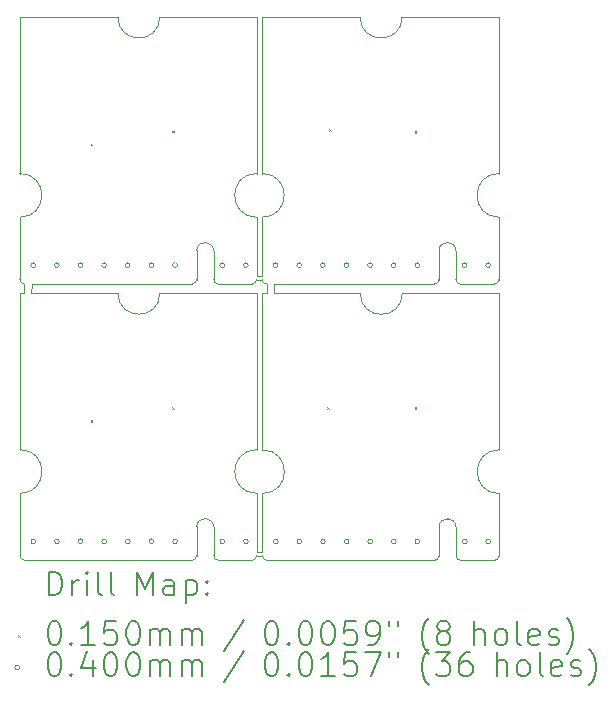
<source format=gbr>
%TF.GenerationSoftware,KiCad,Pcbnew,(7.0.0)*%
%TF.CreationDate,2023-03-30T16:55:56-05:00*%
%TF.ProjectId,Cookie_Mantis,436f6f6b-6965-45f4-9d61-6e7469732e6b,rev?*%
%TF.SameCoordinates,Original*%
%TF.FileFunction,Drillmap*%
%TF.FilePolarity,Positive*%
%FSLAX45Y45*%
G04 Gerber Fmt 4.5, Leading zero omitted, Abs format (unit mm)*
G04 Created by KiCad (PCBNEW (7.0.0)) date 2023-03-30 16:55:56*
%MOMM*%
%LPD*%
G01*
G04 APERTURE LIST*
%ADD10C,0.050000*%
%ADD11C,0.200000*%
%ADD12C,0.015000*%
%ADD13C,0.040000*%
G04 APERTURE END LIST*
D10*
X2942330Y-3510520D02*
X3229604Y-3510520D01*
X2722460Y-5848600D02*
G75*
G03*
X2760560Y-5810500I0J38100D01*
G01*
X3315500Y-3472500D02*
G75*
G03*
X3353600Y-3510600I38090J-10D01*
G01*
X3415000Y-3589500D02*
X4146056Y-3589500D01*
X3229604Y-3510514D02*
G75*
G03*
X3267704Y-3472420I6J38094D01*
G01*
X3268560Y-4913080D02*
X3268560Y-3588000D01*
X1264500Y-5777480D02*
X1264500Y-5283080D01*
X4956086Y-3230946D02*
X4956086Y-3472500D01*
X4957580Y-5812000D02*
G75*
G03*
X4995686Y-5850100I38100J0D01*
G01*
X1301744Y-3510520D02*
X1301500Y-3588000D01*
X4773460Y-3510600D02*
X4506760Y-3510600D01*
X4501656Y-3589500D02*
X5321060Y-3589500D01*
X3315500Y-3439480D02*
X3268000Y-3439500D01*
X3316856Y-2945085D02*
G75*
G03*
X3316856Y-2575075I0J185005D01*
G01*
X4956090Y-3472500D02*
G75*
G03*
X4994186Y-3510600I38100J0D01*
G01*
X3267704Y-2574960D02*
G75*
G03*
X3267704Y-2945000I0J-185020D01*
G01*
X2904230Y-3472420D02*
G75*
G03*
X2942330Y-3510520I38100J0D01*
G01*
X2904230Y-3230866D02*
X2904230Y-3472420D01*
X2093556Y-3588000D02*
G75*
G03*
X2449156Y-3588000I177800J0D01*
G01*
X3317000Y-5812000D02*
G75*
G03*
X3355100Y-5850100I38090J-10D01*
G01*
X4508260Y-5850100D02*
X3416060Y-5850100D01*
X2721604Y-3510520D02*
X2454904Y-3510520D01*
X1263644Y-1249920D02*
X2092700Y-1249920D01*
X2721604Y-3510514D02*
G75*
G03*
X2759704Y-3472420I6J38094D01*
G01*
X2904230Y-3230866D02*
G75*
G03*
X2759647Y-3225536I-72390J-4D01*
G01*
X1263650Y-3472420D02*
G75*
G03*
X1301744Y-3510520I38090J-10D01*
G01*
X2455760Y-5848600D02*
X1363560Y-5848600D01*
X4957586Y-5570446D02*
X4957586Y-5812000D01*
X2760503Y-5563616D02*
X2760560Y-5810500D01*
X5321060Y-4914580D02*
X5321060Y-3589500D01*
X4774960Y-5850100D02*
X4508260Y-5850100D01*
X3317500Y-3589500D02*
X3353500Y-3589500D01*
X4956094Y-3230946D02*
G75*
G03*
X4811503Y-3225616I-72394J-4D01*
G01*
X2759647Y-3225536D02*
X2759704Y-3472420D01*
X4773460Y-3510600D02*
G75*
G03*
X4811560Y-3472500I0J38100D01*
G01*
X5319560Y-2575080D02*
X5319560Y-1250000D01*
X1264500Y-5777480D02*
X1264500Y-5810500D01*
X4813003Y-5565116D02*
X4813060Y-5812000D01*
X5321060Y-4914540D02*
G75*
G03*
X5321060Y-5284580I0J-185020D01*
G01*
X2449156Y-3588000D02*
X3268560Y-3588000D01*
X4774960Y-5850100D02*
G75*
G03*
X4813060Y-5812000I0J38100D01*
G01*
X5319560Y-2575040D02*
G75*
G03*
X5319560Y-2945080I0J-185020D01*
G01*
X2448300Y-1249920D02*
X3267704Y-1249920D01*
X4957594Y-5570446D02*
G75*
G03*
X4813003Y-5565116I-72394J-4D01*
G01*
X4995686Y-5850100D02*
X5282960Y-5850100D01*
X2454904Y-3510520D02*
X1362704Y-3510520D01*
X1264500Y-4913080D02*
X1264500Y-3588000D01*
X2092700Y-1249920D02*
G75*
G03*
X2448300Y-1249920I177800J0D01*
G01*
X4144556Y-1250000D02*
G75*
G03*
X4500156Y-1250000I177800J0D01*
G01*
X4811503Y-3225616D02*
X4811560Y-3472500D01*
X3353500Y-3509000D02*
X3353500Y-3589500D01*
X5282960Y-5850100D02*
G75*
G03*
X5321060Y-5812000I0J38100D01*
G01*
X2905080Y-5810500D02*
G75*
G03*
X2943186Y-5848600I38100J0D01*
G01*
X3268000Y-3439500D02*
X3267704Y-2945000D01*
X5321060Y-5812000D02*
X5321060Y-5284580D01*
X5319560Y-3472500D02*
X5319560Y-2945080D01*
X3315500Y-2575080D02*
X3315500Y-1250000D01*
X1263644Y-3439400D02*
X1263644Y-3472420D01*
X1302600Y-5848600D02*
X1363560Y-5848600D01*
X2722460Y-5848600D02*
X2455760Y-5848600D01*
X2905086Y-5568946D02*
X2905086Y-5810500D01*
X3267704Y-2575000D02*
X3267704Y-1249920D01*
X5281460Y-3510600D02*
G75*
G03*
X5319560Y-3472500I0J38100D01*
G01*
X3315500Y-3439480D02*
X3315500Y-2945080D01*
X3318356Y-5284585D02*
G75*
G03*
X3318356Y-4914575I0J185005D01*
G01*
X3415000Y-3510000D02*
X3415000Y-3589500D01*
X4146056Y-3589500D02*
G75*
G03*
X4501656Y-3589500I177800J0D01*
G01*
X1265000Y-2945005D02*
G75*
G03*
X1265000Y-2574995I0J185005D01*
G01*
X3317000Y-5812000D02*
X3268560Y-5810500D01*
X1265856Y-5283085D02*
G75*
G03*
X1265856Y-4913075I0J185005D01*
G01*
X3268560Y-4913040D02*
G75*
G03*
X3268560Y-5283080I0J-185020D01*
G01*
X1264500Y-5810500D02*
G75*
G03*
X1302600Y-5848600I38090J-10D01*
G01*
X1362460Y-3588000D02*
X2093556Y-3588000D01*
X3353500Y-3589500D02*
X3353500Y-3589500D01*
X2905086Y-5568946D02*
G75*
G03*
X2760503Y-5563616I-72390J-2D01*
G01*
X3317000Y-4914580D02*
X3317000Y-3589500D01*
X3355100Y-5850100D02*
X3416060Y-5850100D01*
X3317000Y-5778980D02*
X3317000Y-5284580D01*
X3315500Y-3472500D02*
X3267704Y-3472420D01*
X4994186Y-3510600D02*
X5281460Y-3510600D01*
X4506760Y-3510600D02*
X3414560Y-3510600D01*
X2943186Y-5848600D02*
X3230460Y-5848600D01*
X3315500Y-1250000D02*
X4144556Y-1250000D01*
X1362704Y-3510520D02*
X1362460Y-3588000D01*
X3230460Y-5848600D02*
G75*
G03*
X3268560Y-5810500I0J38100D01*
G01*
X1263644Y-3439400D02*
X1263644Y-2945000D01*
X3268500Y-5779000D02*
X3268560Y-5283080D01*
X1301500Y-3588000D02*
X1264500Y-3588000D01*
X3317000Y-5778980D02*
X3268500Y-5779000D01*
X1263644Y-2575000D02*
X1263644Y-1249920D01*
X4500156Y-1250000D02*
X5319560Y-1250000D01*
D11*
D12*
X1862500Y-2322500D02*
X1877500Y-2337500D01*
X1877500Y-2322500D02*
X1862500Y-2337500D01*
X1863356Y-4660580D02*
X1878356Y-4675580D01*
X1878356Y-4660580D02*
X1863356Y-4675580D01*
X2552500Y-2212500D02*
X2567500Y-2227500D01*
X2567500Y-2212500D02*
X2552500Y-2227500D01*
X2553356Y-4550678D02*
X2568356Y-4565678D01*
X2568356Y-4550678D02*
X2553356Y-4565678D01*
X3865856Y-4552178D02*
X3880856Y-4567178D01*
X3880856Y-4552178D02*
X3865856Y-4567178D01*
X3885356Y-2199580D02*
X3900356Y-2214580D01*
X3900356Y-2199580D02*
X3885356Y-2214580D01*
X4605356Y-2214580D02*
X4620356Y-2229580D01*
X4620356Y-2214580D02*
X4605356Y-2229580D01*
X4605856Y-4552178D02*
X4620856Y-4567178D01*
X4620856Y-4552178D02*
X4605856Y-4567178D01*
D13*
X1397104Y-3351000D02*
G75*
G03*
X1397104Y-3351000I-20000J0D01*
G01*
X1397960Y-5689080D02*
G75*
G03*
X1397960Y-5689080I-20000J0D01*
G01*
X1597104Y-3351000D02*
G75*
G03*
X1597104Y-3351000I-20000J0D01*
G01*
X1597960Y-5689080D02*
G75*
G03*
X1597960Y-5689080I-20000J0D01*
G01*
X1797104Y-3351000D02*
G75*
G03*
X1797104Y-3351000I-20000J0D01*
G01*
X1797960Y-5689080D02*
G75*
G03*
X1797960Y-5689080I-20000J0D01*
G01*
X1997104Y-3351000D02*
G75*
G03*
X1997104Y-3351000I-20000J0D01*
G01*
X1997960Y-5689080D02*
G75*
G03*
X1997960Y-5689080I-20000J0D01*
G01*
X2197104Y-3351000D02*
G75*
G03*
X2197104Y-3351000I-20000J0D01*
G01*
X2197960Y-5689080D02*
G75*
G03*
X2197960Y-5689080I-20000J0D01*
G01*
X2397104Y-3351000D02*
G75*
G03*
X2397104Y-3351000I-20000J0D01*
G01*
X2397960Y-5689080D02*
G75*
G03*
X2397960Y-5689080I-20000J0D01*
G01*
X2597104Y-3351000D02*
G75*
G03*
X2597104Y-3351000I-20000J0D01*
G01*
X2597960Y-5689080D02*
G75*
G03*
X2597960Y-5689080I-20000J0D01*
G01*
X2997104Y-3351000D02*
G75*
G03*
X2997104Y-3351000I-20000J0D01*
G01*
X2997960Y-5689080D02*
G75*
G03*
X2997960Y-5689080I-20000J0D01*
G01*
X3197104Y-3351000D02*
G75*
G03*
X3197104Y-3351000I-20000J0D01*
G01*
X3197960Y-5689080D02*
G75*
G03*
X3197960Y-5689080I-20000J0D01*
G01*
X3448960Y-3351080D02*
G75*
G03*
X3448960Y-3351080I-20000J0D01*
G01*
X3450460Y-5690580D02*
G75*
G03*
X3450460Y-5690580I-20000J0D01*
G01*
X3648960Y-3351080D02*
G75*
G03*
X3648960Y-3351080I-20000J0D01*
G01*
X3650460Y-5690580D02*
G75*
G03*
X3650460Y-5690580I-20000J0D01*
G01*
X3848960Y-3351080D02*
G75*
G03*
X3848960Y-3351080I-20000J0D01*
G01*
X3850460Y-5690580D02*
G75*
G03*
X3850460Y-5690580I-20000J0D01*
G01*
X4048960Y-3351080D02*
G75*
G03*
X4048960Y-3351080I-20000J0D01*
G01*
X4050460Y-5690580D02*
G75*
G03*
X4050460Y-5690580I-20000J0D01*
G01*
X4248960Y-3351080D02*
G75*
G03*
X4248960Y-3351080I-20000J0D01*
G01*
X4250460Y-5690580D02*
G75*
G03*
X4250460Y-5690580I-20000J0D01*
G01*
X4448960Y-3351080D02*
G75*
G03*
X4448960Y-3351080I-20000J0D01*
G01*
X4450460Y-5690580D02*
G75*
G03*
X4450460Y-5690580I-20000J0D01*
G01*
X4648960Y-3351080D02*
G75*
G03*
X4648960Y-3351080I-20000J0D01*
G01*
X4650460Y-5690580D02*
G75*
G03*
X4650460Y-5690580I-20000J0D01*
G01*
X5048960Y-3351080D02*
G75*
G03*
X5048960Y-3351080I-20000J0D01*
G01*
X5050460Y-5690580D02*
G75*
G03*
X5050460Y-5690580I-20000J0D01*
G01*
X5248960Y-3351080D02*
G75*
G03*
X5248960Y-3351080I-20000J0D01*
G01*
X5250460Y-5690580D02*
G75*
G03*
X5250460Y-5690580I-20000J0D01*
G01*
D11*
X1508763Y-6146076D02*
X1508763Y-5946076D01*
X1508763Y-5946076D02*
X1556382Y-5946076D01*
X1556382Y-5946076D02*
X1584953Y-5955600D01*
X1584953Y-5955600D02*
X1604001Y-5974648D01*
X1604001Y-5974648D02*
X1613525Y-5993695D01*
X1613525Y-5993695D02*
X1623049Y-6031790D01*
X1623049Y-6031790D02*
X1623049Y-6060362D01*
X1623049Y-6060362D02*
X1613525Y-6098457D01*
X1613525Y-6098457D02*
X1604001Y-6117505D01*
X1604001Y-6117505D02*
X1584953Y-6136552D01*
X1584953Y-6136552D02*
X1556382Y-6146076D01*
X1556382Y-6146076D02*
X1508763Y-6146076D01*
X1708763Y-6146076D02*
X1708763Y-6012743D01*
X1708763Y-6050838D02*
X1718287Y-6031790D01*
X1718287Y-6031790D02*
X1727811Y-6022267D01*
X1727811Y-6022267D02*
X1746858Y-6012743D01*
X1746858Y-6012743D02*
X1765906Y-6012743D01*
X1832572Y-6146076D02*
X1832572Y-6012743D01*
X1832572Y-5946076D02*
X1823049Y-5955600D01*
X1823049Y-5955600D02*
X1832572Y-5965124D01*
X1832572Y-5965124D02*
X1842096Y-5955600D01*
X1842096Y-5955600D02*
X1832572Y-5946076D01*
X1832572Y-5946076D02*
X1832572Y-5965124D01*
X1956382Y-6146076D02*
X1937334Y-6136552D01*
X1937334Y-6136552D02*
X1927811Y-6117505D01*
X1927811Y-6117505D02*
X1927811Y-5946076D01*
X2061144Y-6146076D02*
X2042096Y-6136552D01*
X2042096Y-6136552D02*
X2032572Y-6117505D01*
X2032572Y-6117505D02*
X2032572Y-5946076D01*
X2257334Y-6146076D02*
X2257334Y-5946076D01*
X2257334Y-5946076D02*
X2324001Y-6088933D01*
X2324001Y-6088933D02*
X2390668Y-5946076D01*
X2390668Y-5946076D02*
X2390668Y-6146076D01*
X2571620Y-6146076D02*
X2571620Y-6041314D01*
X2571620Y-6041314D02*
X2562096Y-6022267D01*
X2562096Y-6022267D02*
X2543049Y-6012743D01*
X2543049Y-6012743D02*
X2504953Y-6012743D01*
X2504953Y-6012743D02*
X2485906Y-6022267D01*
X2571620Y-6136552D02*
X2552573Y-6146076D01*
X2552573Y-6146076D02*
X2504953Y-6146076D01*
X2504953Y-6146076D02*
X2485906Y-6136552D01*
X2485906Y-6136552D02*
X2476382Y-6117505D01*
X2476382Y-6117505D02*
X2476382Y-6098457D01*
X2476382Y-6098457D02*
X2485906Y-6079409D01*
X2485906Y-6079409D02*
X2504953Y-6069886D01*
X2504953Y-6069886D02*
X2552573Y-6069886D01*
X2552573Y-6069886D02*
X2571620Y-6060362D01*
X2666858Y-6012743D02*
X2666858Y-6212743D01*
X2666858Y-6022267D02*
X2685906Y-6012743D01*
X2685906Y-6012743D02*
X2724001Y-6012743D01*
X2724001Y-6012743D02*
X2743049Y-6022267D01*
X2743049Y-6022267D02*
X2752573Y-6031790D01*
X2752573Y-6031790D02*
X2762096Y-6050838D01*
X2762096Y-6050838D02*
X2762096Y-6107981D01*
X2762096Y-6107981D02*
X2752573Y-6127028D01*
X2752573Y-6127028D02*
X2743049Y-6136552D01*
X2743049Y-6136552D02*
X2724001Y-6146076D01*
X2724001Y-6146076D02*
X2685906Y-6146076D01*
X2685906Y-6146076D02*
X2666858Y-6136552D01*
X2847811Y-6127028D02*
X2857334Y-6136552D01*
X2857334Y-6136552D02*
X2847811Y-6146076D01*
X2847811Y-6146076D02*
X2838287Y-6136552D01*
X2838287Y-6136552D02*
X2847811Y-6127028D01*
X2847811Y-6127028D02*
X2847811Y-6146076D01*
X2847811Y-6022267D02*
X2857334Y-6031790D01*
X2857334Y-6031790D02*
X2847811Y-6041314D01*
X2847811Y-6041314D02*
X2838287Y-6031790D01*
X2838287Y-6031790D02*
X2847811Y-6022267D01*
X2847811Y-6022267D02*
X2847811Y-6041314D01*
D12*
X1246144Y-6485100D02*
X1261144Y-6500100D01*
X1261144Y-6485100D02*
X1246144Y-6500100D01*
D11*
X1546858Y-6366076D02*
X1565906Y-6366076D01*
X1565906Y-6366076D02*
X1584953Y-6375600D01*
X1584953Y-6375600D02*
X1594477Y-6385124D01*
X1594477Y-6385124D02*
X1604001Y-6404171D01*
X1604001Y-6404171D02*
X1613525Y-6442267D01*
X1613525Y-6442267D02*
X1613525Y-6489886D01*
X1613525Y-6489886D02*
X1604001Y-6527981D01*
X1604001Y-6527981D02*
X1594477Y-6547028D01*
X1594477Y-6547028D02*
X1584953Y-6556552D01*
X1584953Y-6556552D02*
X1565906Y-6566076D01*
X1565906Y-6566076D02*
X1546858Y-6566076D01*
X1546858Y-6566076D02*
X1527811Y-6556552D01*
X1527811Y-6556552D02*
X1518287Y-6547028D01*
X1518287Y-6547028D02*
X1508763Y-6527981D01*
X1508763Y-6527981D02*
X1499239Y-6489886D01*
X1499239Y-6489886D02*
X1499239Y-6442267D01*
X1499239Y-6442267D02*
X1508763Y-6404171D01*
X1508763Y-6404171D02*
X1518287Y-6385124D01*
X1518287Y-6385124D02*
X1527811Y-6375600D01*
X1527811Y-6375600D02*
X1546858Y-6366076D01*
X1699239Y-6547028D02*
X1708763Y-6556552D01*
X1708763Y-6556552D02*
X1699239Y-6566076D01*
X1699239Y-6566076D02*
X1689715Y-6556552D01*
X1689715Y-6556552D02*
X1699239Y-6547028D01*
X1699239Y-6547028D02*
X1699239Y-6566076D01*
X1899239Y-6566076D02*
X1784953Y-6566076D01*
X1842096Y-6566076D02*
X1842096Y-6366076D01*
X1842096Y-6366076D02*
X1823049Y-6394648D01*
X1823049Y-6394648D02*
X1804001Y-6413695D01*
X1804001Y-6413695D02*
X1784953Y-6423219D01*
X2080192Y-6366076D02*
X1984953Y-6366076D01*
X1984953Y-6366076D02*
X1975430Y-6461314D01*
X1975430Y-6461314D02*
X1984953Y-6451790D01*
X1984953Y-6451790D02*
X2004001Y-6442267D01*
X2004001Y-6442267D02*
X2051620Y-6442267D01*
X2051620Y-6442267D02*
X2070668Y-6451790D01*
X2070668Y-6451790D02*
X2080192Y-6461314D01*
X2080192Y-6461314D02*
X2089715Y-6480362D01*
X2089715Y-6480362D02*
X2089715Y-6527981D01*
X2089715Y-6527981D02*
X2080192Y-6547028D01*
X2080192Y-6547028D02*
X2070668Y-6556552D01*
X2070668Y-6556552D02*
X2051620Y-6566076D01*
X2051620Y-6566076D02*
X2004001Y-6566076D01*
X2004001Y-6566076D02*
X1984953Y-6556552D01*
X1984953Y-6556552D02*
X1975430Y-6547028D01*
X2213525Y-6366076D02*
X2232573Y-6366076D01*
X2232573Y-6366076D02*
X2251620Y-6375600D01*
X2251620Y-6375600D02*
X2261144Y-6385124D01*
X2261144Y-6385124D02*
X2270668Y-6404171D01*
X2270668Y-6404171D02*
X2280192Y-6442267D01*
X2280192Y-6442267D02*
X2280192Y-6489886D01*
X2280192Y-6489886D02*
X2270668Y-6527981D01*
X2270668Y-6527981D02*
X2261144Y-6547028D01*
X2261144Y-6547028D02*
X2251620Y-6556552D01*
X2251620Y-6556552D02*
X2232573Y-6566076D01*
X2232573Y-6566076D02*
X2213525Y-6566076D01*
X2213525Y-6566076D02*
X2194477Y-6556552D01*
X2194477Y-6556552D02*
X2184954Y-6547028D01*
X2184954Y-6547028D02*
X2175430Y-6527981D01*
X2175430Y-6527981D02*
X2165906Y-6489886D01*
X2165906Y-6489886D02*
X2165906Y-6442267D01*
X2165906Y-6442267D02*
X2175430Y-6404171D01*
X2175430Y-6404171D02*
X2184954Y-6385124D01*
X2184954Y-6385124D02*
X2194477Y-6375600D01*
X2194477Y-6375600D02*
X2213525Y-6366076D01*
X2365906Y-6566076D02*
X2365906Y-6432743D01*
X2365906Y-6451790D02*
X2375430Y-6442267D01*
X2375430Y-6442267D02*
X2394477Y-6432743D01*
X2394477Y-6432743D02*
X2423049Y-6432743D01*
X2423049Y-6432743D02*
X2442096Y-6442267D01*
X2442096Y-6442267D02*
X2451620Y-6461314D01*
X2451620Y-6461314D02*
X2451620Y-6566076D01*
X2451620Y-6461314D02*
X2461144Y-6442267D01*
X2461144Y-6442267D02*
X2480192Y-6432743D01*
X2480192Y-6432743D02*
X2508763Y-6432743D01*
X2508763Y-6432743D02*
X2527811Y-6442267D01*
X2527811Y-6442267D02*
X2537335Y-6461314D01*
X2537335Y-6461314D02*
X2537335Y-6566076D01*
X2632573Y-6566076D02*
X2632573Y-6432743D01*
X2632573Y-6451790D02*
X2642096Y-6442267D01*
X2642096Y-6442267D02*
X2661144Y-6432743D01*
X2661144Y-6432743D02*
X2689716Y-6432743D01*
X2689716Y-6432743D02*
X2708763Y-6442267D01*
X2708763Y-6442267D02*
X2718287Y-6461314D01*
X2718287Y-6461314D02*
X2718287Y-6566076D01*
X2718287Y-6461314D02*
X2727811Y-6442267D01*
X2727811Y-6442267D02*
X2746858Y-6432743D01*
X2746858Y-6432743D02*
X2775430Y-6432743D01*
X2775430Y-6432743D02*
X2794477Y-6442267D01*
X2794477Y-6442267D02*
X2804001Y-6461314D01*
X2804001Y-6461314D02*
X2804001Y-6566076D01*
X3162096Y-6356552D02*
X2990668Y-6613695D01*
X3386858Y-6366076D02*
X3405906Y-6366076D01*
X3405906Y-6366076D02*
X3424954Y-6375600D01*
X3424954Y-6375600D02*
X3434477Y-6385124D01*
X3434477Y-6385124D02*
X3444001Y-6404171D01*
X3444001Y-6404171D02*
X3453525Y-6442267D01*
X3453525Y-6442267D02*
X3453525Y-6489886D01*
X3453525Y-6489886D02*
X3444001Y-6527981D01*
X3444001Y-6527981D02*
X3434477Y-6547028D01*
X3434477Y-6547028D02*
X3424954Y-6556552D01*
X3424954Y-6556552D02*
X3405906Y-6566076D01*
X3405906Y-6566076D02*
X3386858Y-6566076D01*
X3386858Y-6566076D02*
X3367811Y-6556552D01*
X3367811Y-6556552D02*
X3358287Y-6547028D01*
X3358287Y-6547028D02*
X3348763Y-6527981D01*
X3348763Y-6527981D02*
X3339239Y-6489886D01*
X3339239Y-6489886D02*
X3339239Y-6442267D01*
X3339239Y-6442267D02*
X3348763Y-6404171D01*
X3348763Y-6404171D02*
X3358287Y-6385124D01*
X3358287Y-6385124D02*
X3367811Y-6375600D01*
X3367811Y-6375600D02*
X3386858Y-6366076D01*
X3539239Y-6547028D02*
X3548763Y-6556552D01*
X3548763Y-6556552D02*
X3539239Y-6566076D01*
X3539239Y-6566076D02*
X3529715Y-6556552D01*
X3529715Y-6556552D02*
X3539239Y-6547028D01*
X3539239Y-6547028D02*
X3539239Y-6566076D01*
X3672573Y-6366076D02*
X3691620Y-6366076D01*
X3691620Y-6366076D02*
X3710668Y-6375600D01*
X3710668Y-6375600D02*
X3720192Y-6385124D01*
X3720192Y-6385124D02*
X3729715Y-6404171D01*
X3729715Y-6404171D02*
X3739239Y-6442267D01*
X3739239Y-6442267D02*
X3739239Y-6489886D01*
X3739239Y-6489886D02*
X3729715Y-6527981D01*
X3729715Y-6527981D02*
X3720192Y-6547028D01*
X3720192Y-6547028D02*
X3710668Y-6556552D01*
X3710668Y-6556552D02*
X3691620Y-6566076D01*
X3691620Y-6566076D02*
X3672573Y-6566076D01*
X3672573Y-6566076D02*
X3653525Y-6556552D01*
X3653525Y-6556552D02*
X3644001Y-6547028D01*
X3644001Y-6547028D02*
X3634477Y-6527981D01*
X3634477Y-6527981D02*
X3624954Y-6489886D01*
X3624954Y-6489886D02*
X3624954Y-6442267D01*
X3624954Y-6442267D02*
X3634477Y-6404171D01*
X3634477Y-6404171D02*
X3644001Y-6385124D01*
X3644001Y-6385124D02*
X3653525Y-6375600D01*
X3653525Y-6375600D02*
X3672573Y-6366076D01*
X3863049Y-6366076D02*
X3882096Y-6366076D01*
X3882096Y-6366076D02*
X3901144Y-6375600D01*
X3901144Y-6375600D02*
X3910668Y-6385124D01*
X3910668Y-6385124D02*
X3920192Y-6404171D01*
X3920192Y-6404171D02*
X3929715Y-6442267D01*
X3929715Y-6442267D02*
X3929715Y-6489886D01*
X3929715Y-6489886D02*
X3920192Y-6527981D01*
X3920192Y-6527981D02*
X3910668Y-6547028D01*
X3910668Y-6547028D02*
X3901144Y-6556552D01*
X3901144Y-6556552D02*
X3882096Y-6566076D01*
X3882096Y-6566076D02*
X3863049Y-6566076D01*
X3863049Y-6566076D02*
X3844001Y-6556552D01*
X3844001Y-6556552D02*
X3834477Y-6547028D01*
X3834477Y-6547028D02*
X3824954Y-6527981D01*
X3824954Y-6527981D02*
X3815430Y-6489886D01*
X3815430Y-6489886D02*
X3815430Y-6442267D01*
X3815430Y-6442267D02*
X3824954Y-6404171D01*
X3824954Y-6404171D02*
X3834477Y-6385124D01*
X3834477Y-6385124D02*
X3844001Y-6375600D01*
X3844001Y-6375600D02*
X3863049Y-6366076D01*
X4110668Y-6366076D02*
X4015430Y-6366076D01*
X4015430Y-6366076D02*
X4005906Y-6461314D01*
X4005906Y-6461314D02*
X4015430Y-6451790D01*
X4015430Y-6451790D02*
X4034477Y-6442267D01*
X4034477Y-6442267D02*
X4082096Y-6442267D01*
X4082096Y-6442267D02*
X4101144Y-6451790D01*
X4101144Y-6451790D02*
X4110668Y-6461314D01*
X4110668Y-6461314D02*
X4120192Y-6480362D01*
X4120192Y-6480362D02*
X4120192Y-6527981D01*
X4120192Y-6527981D02*
X4110668Y-6547028D01*
X4110668Y-6547028D02*
X4101144Y-6556552D01*
X4101144Y-6556552D02*
X4082096Y-6566076D01*
X4082096Y-6566076D02*
X4034477Y-6566076D01*
X4034477Y-6566076D02*
X4015430Y-6556552D01*
X4015430Y-6556552D02*
X4005906Y-6547028D01*
X4215430Y-6566076D02*
X4253525Y-6566076D01*
X4253525Y-6566076D02*
X4272573Y-6556552D01*
X4272573Y-6556552D02*
X4282097Y-6547028D01*
X4282097Y-6547028D02*
X4301144Y-6518457D01*
X4301144Y-6518457D02*
X4310668Y-6480362D01*
X4310668Y-6480362D02*
X4310668Y-6404171D01*
X4310668Y-6404171D02*
X4301144Y-6385124D01*
X4301144Y-6385124D02*
X4291620Y-6375600D01*
X4291620Y-6375600D02*
X4272573Y-6366076D01*
X4272573Y-6366076D02*
X4234477Y-6366076D01*
X4234477Y-6366076D02*
X4215430Y-6375600D01*
X4215430Y-6375600D02*
X4205906Y-6385124D01*
X4205906Y-6385124D02*
X4196382Y-6404171D01*
X4196382Y-6404171D02*
X4196382Y-6451790D01*
X4196382Y-6451790D02*
X4205906Y-6470838D01*
X4205906Y-6470838D02*
X4215430Y-6480362D01*
X4215430Y-6480362D02*
X4234477Y-6489886D01*
X4234477Y-6489886D02*
X4272573Y-6489886D01*
X4272573Y-6489886D02*
X4291620Y-6480362D01*
X4291620Y-6480362D02*
X4301144Y-6470838D01*
X4301144Y-6470838D02*
X4310668Y-6451790D01*
X4386858Y-6366076D02*
X4386858Y-6404171D01*
X4463049Y-6366076D02*
X4463049Y-6404171D01*
X4725906Y-6642267D02*
X4716382Y-6632743D01*
X4716382Y-6632743D02*
X4697335Y-6604171D01*
X4697335Y-6604171D02*
X4687811Y-6585124D01*
X4687811Y-6585124D02*
X4678287Y-6556552D01*
X4678287Y-6556552D02*
X4668763Y-6508933D01*
X4668763Y-6508933D02*
X4668763Y-6470838D01*
X4668763Y-6470838D02*
X4678287Y-6423219D01*
X4678287Y-6423219D02*
X4687811Y-6394648D01*
X4687811Y-6394648D02*
X4697335Y-6375600D01*
X4697335Y-6375600D02*
X4716382Y-6347028D01*
X4716382Y-6347028D02*
X4725906Y-6337505D01*
X4830668Y-6451790D02*
X4811620Y-6442267D01*
X4811620Y-6442267D02*
X4802097Y-6432743D01*
X4802097Y-6432743D02*
X4792573Y-6413695D01*
X4792573Y-6413695D02*
X4792573Y-6404171D01*
X4792573Y-6404171D02*
X4802097Y-6385124D01*
X4802097Y-6385124D02*
X4811620Y-6375600D01*
X4811620Y-6375600D02*
X4830668Y-6366076D01*
X4830668Y-6366076D02*
X4868763Y-6366076D01*
X4868763Y-6366076D02*
X4887811Y-6375600D01*
X4887811Y-6375600D02*
X4897335Y-6385124D01*
X4897335Y-6385124D02*
X4906858Y-6404171D01*
X4906858Y-6404171D02*
X4906858Y-6413695D01*
X4906858Y-6413695D02*
X4897335Y-6432743D01*
X4897335Y-6432743D02*
X4887811Y-6442267D01*
X4887811Y-6442267D02*
X4868763Y-6451790D01*
X4868763Y-6451790D02*
X4830668Y-6451790D01*
X4830668Y-6451790D02*
X4811620Y-6461314D01*
X4811620Y-6461314D02*
X4802097Y-6470838D01*
X4802097Y-6470838D02*
X4792573Y-6489886D01*
X4792573Y-6489886D02*
X4792573Y-6527981D01*
X4792573Y-6527981D02*
X4802097Y-6547028D01*
X4802097Y-6547028D02*
X4811620Y-6556552D01*
X4811620Y-6556552D02*
X4830668Y-6566076D01*
X4830668Y-6566076D02*
X4868763Y-6566076D01*
X4868763Y-6566076D02*
X4887811Y-6556552D01*
X4887811Y-6556552D02*
X4897335Y-6547028D01*
X4897335Y-6547028D02*
X4906858Y-6527981D01*
X4906858Y-6527981D02*
X4906858Y-6489886D01*
X4906858Y-6489886D02*
X4897335Y-6470838D01*
X4897335Y-6470838D02*
X4887811Y-6461314D01*
X4887811Y-6461314D02*
X4868763Y-6451790D01*
X5112573Y-6566076D02*
X5112573Y-6366076D01*
X5198287Y-6566076D02*
X5198287Y-6461314D01*
X5198287Y-6461314D02*
X5188763Y-6442267D01*
X5188763Y-6442267D02*
X5169716Y-6432743D01*
X5169716Y-6432743D02*
X5141144Y-6432743D01*
X5141144Y-6432743D02*
X5122097Y-6442267D01*
X5122097Y-6442267D02*
X5112573Y-6451790D01*
X5322097Y-6566076D02*
X5303049Y-6556552D01*
X5303049Y-6556552D02*
X5293525Y-6547028D01*
X5293525Y-6547028D02*
X5284001Y-6527981D01*
X5284001Y-6527981D02*
X5284001Y-6470838D01*
X5284001Y-6470838D02*
X5293525Y-6451790D01*
X5293525Y-6451790D02*
X5303049Y-6442267D01*
X5303049Y-6442267D02*
X5322097Y-6432743D01*
X5322097Y-6432743D02*
X5350668Y-6432743D01*
X5350668Y-6432743D02*
X5369716Y-6442267D01*
X5369716Y-6442267D02*
X5379239Y-6451790D01*
X5379239Y-6451790D02*
X5388763Y-6470838D01*
X5388763Y-6470838D02*
X5388763Y-6527981D01*
X5388763Y-6527981D02*
X5379239Y-6547028D01*
X5379239Y-6547028D02*
X5369716Y-6556552D01*
X5369716Y-6556552D02*
X5350668Y-6566076D01*
X5350668Y-6566076D02*
X5322097Y-6566076D01*
X5503049Y-6566076D02*
X5484001Y-6556552D01*
X5484001Y-6556552D02*
X5474478Y-6537505D01*
X5474478Y-6537505D02*
X5474478Y-6366076D01*
X5655430Y-6556552D02*
X5636382Y-6566076D01*
X5636382Y-6566076D02*
X5598287Y-6566076D01*
X5598287Y-6566076D02*
X5579239Y-6556552D01*
X5579239Y-6556552D02*
X5569716Y-6537505D01*
X5569716Y-6537505D02*
X5569716Y-6461314D01*
X5569716Y-6461314D02*
X5579239Y-6442267D01*
X5579239Y-6442267D02*
X5598287Y-6432743D01*
X5598287Y-6432743D02*
X5636382Y-6432743D01*
X5636382Y-6432743D02*
X5655430Y-6442267D01*
X5655430Y-6442267D02*
X5664954Y-6461314D01*
X5664954Y-6461314D02*
X5664954Y-6480362D01*
X5664954Y-6480362D02*
X5569716Y-6499409D01*
X5741144Y-6556552D02*
X5760192Y-6566076D01*
X5760192Y-6566076D02*
X5798287Y-6566076D01*
X5798287Y-6566076D02*
X5817335Y-6556552D01*
X5817335Y-6556552D02*
X5826858Y-6537505D01*
X5826858Y-6537505D02*
X5826858Y-6527981D01*
X5826858Y-6527981D02*
X5817335Y-6508933D01*
X5817335Y-6508933D02*
X5798287Y-6499409D01*
X5798287Y-6499409D02*
X5769716Y-6499409D01*
X5769716Y-6499409D02*
X5750668Y-6489886D01*
X5750668Y-6489886D02*
X5741144Y-6470838D01*
X5741144Y-6470838D02*
X5741144Y-6461314D01*
X5741144Y-6461314D02*
X5750668Y-6442267D01*
X5750668Y-6442267D02*
X5769716Y-6432743D01*
X5769716Y-6432743D02*
X5798287Y-6432743D01*
X5798287Y-6432743D02*
X5817335Y-6442267D01*
X5893525Y-6642267D02*
X5903049Y-6632743D01*
X5903049Y-6632743D02*
X5922097Y-6604171D01*
X5922097Y-6604171D02*
X5931620Y-6585124D01*
X5931620Y-6585124D02*
X5941144Y-6556552D01*
X5941144Y-6556552D02*
X5950668Y-6508933D01*
X5950668Y-6508933D02*
X5950668Y-6470838D01*
X5950668Y-6470838D02*
X5941144Y-6423219D01*
X5941144Y-6423219D02*
X5931620Y-6394648D01*
X5931620Y-6394648D02*
X5922097Y-6375600D01*
X5922097Y-6375600D02*
X5903049Y-6347028D01*
X5903049Y-6347028D02*
X5893525Y-6337505D01*
D13*
X1261144Y-6756600D02*
G75*
G03*
X1261144Y-6756600I-20000J0D01*
G01*
D11*
X1546858Y-6630076D02*
X1565906Y-6630076D01*
X1565906Y-6630076D02*
X1584953Y-6639600D01*
X1584953Y-6639600D02*
X1594477Y-6649124D01*
X1594477Y-6649124D02*
X1604001Y-6668171D01*
X1604001Y-6668171D02*
X1613525Y-6706267D01*
X1613525Y-6706267D02*
X1613525Y-6753886D01*
X1613525Y-6753886D02*
X1604001Y-6791981D01*
X1604001Y-6791981D02*
X1594477Y-6811028D01*
X1594477Y-6811028D02*
X1584953Y-6820552D01*
X1584953Y-6820552D02*
X1565906Y-6830076D01*
X1565906Y-6830076D02*
X1546858Y-6830076D01*
X1546858Y-6830076D02*
X1527811Y-6820552D01*
X1527811Y-6820552D02*
X1518287Y-6811028D01*
X1518287Y-6811028D02*
X1508763Y-6791981D01*
X1508763Y-6791981D02*
X1499239Y-6753886D01*
X1499239Y-6753886D02*
X1499239Y-6706267D01*
X1499239Y-6706267D02*
X1508763Y-6668171D01*
X1508763Y-6668171D02*
X1518287Y-6649124D01*
X1518287Y-6649124D02*
X1527811Y-6639600D01*
X1527811Y-6639600D02*
X1546858Y-6630076D01*
X1699239Y-6811028D02*
X1708763Y-6820552D01*
X1708763Y-6820552D02*
X1699239Y-6830076D01*
X1699239Y-6830076D02*
X1689715Y-6820552D01*
X1689715Y-6820552D02*
X1699239Y-6811028D01*
X1699239Y-6811028D02*
X1699239Y-6830076D01*
X1880192Y-6696743D02*
X1880192Y-6830076D01*
X1832572Y-6620552D02*
X1784953Y-6763409D01*
X1784953Y-6763409D02*
X1908763Y-6763409D01*
X2023049Y-6630076D02*
X2042096Y-6630076D01*
X2042096Y-6630076D02*
X2061144Y-6639600D01*
X2061144Y-6639600D02*
X2070668Y-6649124D01*
X2070668Y-6649124D02*
X2080192Y-6668171D01*
X2080192Y-6668171D02*
X2089715Y-6706267D01*
X2089715Y-6706267D02*
X2089715Y-6753886D01*
X2089715Y-6753886D02*
X2080192Y-6791981D01*
X2080192Y-6791981D02*
X2070668Y-6811028D01*
X2070668Y-6811028D02*
X2061144Y-6820552D01*
X2061144Y-6820552D02*
X2042096Y-6830076D01*
X2042096Y-6830076D02*
X2023049Y-6830076D01*
X2023049Y-6830076D02*
X2004001Y-6820552D01*
X2004001Y-6820552D02*
X1994477Y-6811028D01*
X1994477Y-6811028D02*
X1984953Y-6791981D01*
X1984953Y-6791981D02*
X1975430Y-6753886D01*
X1975430Y-6753886D02*
X1975430Y-6706267D01*
X1975430Y-6706267D02*
X1984953Y-6668171D01*
X1984953Y-6668171D02*
X1994477Y-6649124D01*
X1994477Y-6649124D02*
X2004001Y-6639600D01*
X2004001Y-6639600D02*
X2023049Y-6630076D01*
X2213525Y-6630076D02*
X2232573Y-6630076D01*
X2232573Y-6630076D02*
X2251620Y-6639600D01*
X2251620Y-6639600D02*
X2261144Y-6649124D01*
X2261144Y-6649124D02*
X2270668Y-6668171D01*
X2270668Y-6668171D02*
X2280192Y-6706267D01*
X2280192Y-6706267D02*
X2280192Y-6753886D01*
X2280192Y-6753886D02*
X2270668Y-6791981D01*
X2270668Y-6791981D02*
X2261144Y-6811028D01*
X2261144Y-6811028D02*
X2251620Y-6820552D01*
X2251620Y-6820552D02*
X2232573Y-6830076D01*
X2232573Y-6830076D02*
X2213525Y-6830076D01*
X2213525Y-6830076D02*
X2194477Y-6820552D01*
X2194477Y-6820552D02*
X2184954Y-6811028D01*
X2184954Y-6811028D02*
X2175430Y-6791981D01*
X2175430Y-6791981D02*
X2165906Y-6753886D01*
X2165906Y-6753886D02*
X2165906Y-6706267D01*
X2165906Y-6706267D02*
X2175430Y-6668171D01*
X2175430Y-6668171D02*
X2184954Y-6649124D01*
X2184954Y-6649124D02*
X2194477Y-6639600D01*
X2194477Y-6639600D02*
X2213525Y-6630076D01*
X2365906Y-6830076D02*
X2365906Y-6696743D01*
X2365906Y-6715790D02*
X2375430Y-6706267D01*
X2375430Y-6706267D02*
X2394477Y-6696743D01*
X2394477Y-6696743D02*
X2423049Y-6696743D01*
X2423049Y-6696743D02*
X2442096Y-6706267D01*
X2442096Y-6706267D02*
X2451620Y-6725314D01*
X2451620Y-6725314D02*
X2451620Y-6830076D01*
X2451620Y-6725314D02*
X2461144Y-6706267D01*
X2461144Y-6706267D02*
X2480192Y-6696743D01*
X2480192Y-6696743D02*
X2508763Y-6696743D01*
X2508763Y-6696743D02*
X2527811Y-6706267D01*
X2527811Y-6706267D02*
X2537335Y-6725314D01*
X2537335Y-6725314D02*
X2537335Y-6830076D01*
X2632573Y-6830076D02*
X2632573Y-6696743D01*
X2632573Y-6715790D02*
X2642096Y-6706267D01*
X2642096Y-6706267D02*
X2661144Y-6696743D01*
X2661144Y-6696743D02*
X2689716Y-6696743D01*
X2689716Y-6696743D02*
X2708763Y-6706267D01*
X2708763Y-6706267D02*
X2718287Y-6725314D01*
X2718287Y-6725314D02*
X2718287Y-6830076D01*
X2718287Y-6725314D02*
X2727811Y-6706267D01*
X2727811Y-6706267D02*
X2746858Y-6696743D01*
X2746858Y-6696743D02*
X2775430Y-6696743D01*
X2775430Y-6696743D02*
X2794477Y-6706267D01*
X2794477Y-6706267D02*
X2804001Y-6725314D01*
X2804001Y-6725314D02*
X2804001Y-6830076D01*
X3162096Y-6620552D02*
X2990668Y-6877695D01*
X3386858Y-6630076D02*
X3405906Y-6630076D01*
X3405906Y-6630076D02*
X3424954Y-6639600D01*
X3424954Y-6639600D02*
X3434477Y-6649124D01*
X3434477Y-6649124D02*
X3444001Y-6668171D01*
X3444001Y-6668171D02*
X3453525Y-6706267D01*
X3453525Y-6706267D02*
X3453525Y-6753886D01*
X3453525Y-6753886D02*
X3444001Y-6791981D01*
X3444001Y-6791981D02*
X3434477Y-6811028D01*
X3434477Y-6811028D02*
X3424954Y-6820552D01*
X3424954Y-6820552D02*
X3405906Y-6830076D01*
X3405906Y-6830076D02*
X3386858Y-6830076D01*
X3386858Y-6830076D02*
X3367811Y-6820552D01*
X3367811Y-6820552D02*
X3358287Y-6811028D01*
X3358287Y-6811028D02*
X3348763Y-6791981D01*
X3348763Y-6791981D02*
X3339239Y-6753886D01*
X3339239Y-6753886D02*
X3339239Y-6706267D01*
X3339239Y-6706267D02*
X3348763Y-6668171D01*
X3348763Y-6668171D02*
X3358287Y-6649124D01*
X3358287Y-6649124D02*
X3367811Y-6639600D01*
X3367811Y-6639600D02*
X3386858Y-6630076D01*
X3539239Y-6811028D02*
X3548763Y-6820552D01*
X3548763Y-6820552D02*
X3539239Y-6830076D01*
X3539239Y-6830076D02*
X3529715Y-6820552D01*
X3529715Y-6820552D02*
X3539239Y-6811028D01*
X3539239Y-6811028D02*
X3539239Y-6830076D01*
X3672573Y-6630076D02*
X3691620Y-6630076D01*
X3691620Y-6630076D02*
X3710668Y-6639600D01*
X3710668Y-6639600D02*
X3720192Y-6649124D01*
X3720192Y-6649124D02*
X3729715Y-6668171D01*
X3729715Y-6668171D02*
X3739239Y-6706267D01*
X3739239Y-6706267D02*
X3739239Y-6753886D01*
X3739239Y-6753886D02*
X3729715Y-6791981D01*
X3729715Y-6791981D02*
X3720192Y-6811028D01*
X3720192Y-6811028D02*
X3710668Y-6820552D01*
X3710668Y-6820552D02*
X3691620Y-6830076D01*
X3691620Y-6830076D02*
X3672573Y-6830076D01*
X3672573Y-6830076D02*
X3653525Y-6820552D01*
X3653525Y-6820552D02*
X3644001Y-6811028D01*
X3644001Y-6811028D02*
X3634477Y-6791981D01*
X3634477Y-6791981D02*
X3624954Y-6753886D01*
X3624954Y-6753886D02*
X3624954Y-6706267D01*
X3624954Y-6706267D02*
X3634477Y-6668171D01*
X3634477Y-6668171D02*
X3644001Y-6649124D01*
X3644001Y-6649124D02*
X3653525Y-6639600D01*
X3653525Y-6639600D02*
X3672573Y-6630076D01*
X3929715Y-6830076D02*
X3815430Y-6830076D01*
X3872573Y-6830076D02*
X3872573Y-6630076D01*
X3872573Y-6630076D02*
X3853525Y-6658648D01*
X3853525Y-6658648D02*
X3834477Y-6677695D01*
X3834477Y-6677695D02*
X3815430Y-6687219D01*
X4110668Y-6630076D02*
X4015430Y-6630076D01*
X4015430Y-6630076D02*
X4005906Y-6725314D01*
X4005906Y-6725314D02*
X4015430Y-6715790D01*
X4015430Y-6715790D02*
X4034477Y-6706267D01*
X4034477Y-6706267D02*
X4082096Y-6706267D01*
X4082096Y-6706267D02*
X4101144Y-6715790D01*
X4101144Y-6715790D02*
X4110668Y-6725314D01*
X4110668Y-6725314D02*
X4120192Y-6744362D01*
X4120192Y-6744362D02*
X4120192Y-6791981D01*
X4120192Y-6791981D02*
X4110668Y-6811028D01*
X4110668Y-6811028D02*
X4101144Y-6820552D01*
X4101144Y-6820552D02*
X4082096Y-6830076D01*
X4082096Y-6830076D02*
X4034477Y-6830076D01*
X4034477Y-6830076D02*
X4015430Y-6820552D01*
X4015430Y-6820552D02*
X4005906Y-6811028D01*
X4186858Y-6630076D02*
X4320192Y-6630076D01*
X4320192Y-6630076D02*
X4234477Y-6830076D01*
X4386858Y-6630076D02*
X4386858Y-6668171D01*
X4463049Y-6630076D02*
X4463049Y-6668171D01*
X4725906Y-6906267D02*
X4716382Y-6896743D01*
X4716382Y-6896743D02*
X4697335Y-6868171D01*
X4697335Y-6868171D02*
X4687811Y-6849124D01*
X4687811Y-6849124D02*
X4678287Y-6820552D01*
X4678287Y-6820552D02*
X4668763Y-6772933D01*
X4668763Y-6772933D02*
X4668763Y-6734838D01*
X4668763Y-6734838D02*
X4678287Y-6687219D01*
X4678287Y-6687219D02*
X4687811Y-6658648D01*
X4687811Y-6658648D02*
X4697335Y-6639600D01*
X4697335Y-6639600D02*
X4716382Y-6611028D01*
X4716382Y-6611028D02*
X4725906Y-6601505D01*
X4783049Y-6630076D02*
X4906858Y-6630076D01*
X4906858Y-6630076D02*
X4840192Y-6706267D01*
X4840192Y-6706267D02*
X4868763Y-6706267D01*
X4868763Y-6706267D02*
X4887811Y-6715790D01*
X4887811Y-6715790D02*
X4897335Y-6725314D01*
X4897335Y-6725314D02*
X4906858Y-6744362D01*
X4906858Y-6744362D02*
X4906858Y-6791981D01*
X4906858Y-6791981D02*
X4897335Y-6811028D01*
X4897335Y-6811028D02*
X4887811Y-6820552D01*
X4887811Y-6820552D02*
X4868763Y-6830076D01*
X4868763Y-6830076D02*
X4811620Y-6830076D01*
X4811620Y-6830076D02*
X4792573Y-6820552D01*
X4792573Y-6820552D02*
X4783049Y-6811028D01*
X5078287Y-6630076D02*
X5040192Y-6630076D01*
X5040192Y-6630076D02*
X5021144Y-6639600D01*
X5021144Y-6639600D02*
X5011620Y-6649124D01*
X5011620Y-6649124D02*
X4992573Y-6677695D01*
X4992573Y-6677695D02*
X4983049Y-6715790D01*
X4983049Y-6715790D02*
X4983049Y-6791981D01*
X4983049Y-6791981D02*
X4992573Y-6811028D01*
X4992573Y-6811028D02*
X5002097Y-6820552D01*
X5002097Y-6820552D02*
X5021144Y-6830076D01*
X5021144Y-6830076D02*
X5059239Y-6830076D01*
X5059239Y-6830076D02*
X5078287Y-6820552D01*
X5078287Y-6820552D02*
X5087811Y-6811028D01*
X5087811Y-6811028D02*
X5097335Y-6791981D01*
X5097335Y-6791981D02*
X5097335Y-6744362D01*
X5097335Y-6744362D02*
X5087811Y-6725314D01*
X5087811Y-6725314D02*
X5078287Y-6715790D01*
X5078287Y-6715790D02*
X5059239Y-6706267D01*
X5059239Y-6706267D02*
X5021144Y-6706267D01*
X5021144Y-6706267D02*
X5002097Y-6715790D01*
X5002097Y-6715790D02*
X4992573Y-6725314D01*
X4992573Y-6725314D02*
X4983049Y-6744362D01*
X5303049Y-6830076D02*
X5303049Y-6630076D01*
X5388763Y-6830076D02*
X5388763Y-6725314D01*
X5388763Y-6725314D02*
X5379239Y-6706267D01*
X5379239Y-6706267D02*
X5360192Y-6696743D01*
X5360192Y-6696743D02*
X5331620Y-6696743D01*
X5331620Y-6696743D02*
X5312573Y-6706267D01*
X5312573Y-6706267D02*
X5303049Y-6715790D01*
X5512573Y-6830076D02*
X5493525Y-6820552D01*
X5493525Y-6820552D02*
X5484001Y-6811028D01*
X5484001Y-6811028D02*
X5474478Y-6791981D01*
X5474478Y-6791981D02*
X5474478Y-6734838D01*
X5474478Y-6734838D02*
X5484001Y-6715790D01*
X5484001Y-6715790D02*
X5493525Y-6706267D01*
X5493525Y-6706267D02*
X5512573Y-6696743D01*
X5512573Y-6696743D02*
X5541144Y-6696743D01*
X5541144Y-6696743D02*
X5560192Y-6706267D01*
X5560192Y-6706267D02*
X5569716Y-6715790D01*
X5569716Y-6715790D02*
X5579239Y-6734838D01*
X5579239Y-6734838D02*
X5579239Y-6791981D01*
X5579239Y-6791981D02*
X5569716Y-6811028D01*
X5569716Y-6811028D02*
X5560192Y-6820552D01*
X5560192Y-6820552D02*
X5541144Y-6830076D01*
X5541144Y-6830076D02*
X5512573Y-6830076D01*
X5693525Y-6830076D02*
X5674477Y-6820552D01*
X5674477Y-6820552D02*
X5664954Y-6801505D01*
X5664954Y-6801505D02*
X5664954Y-6630076D01*
X5845906Y-6820552D02*
X5826858Y-6830076D01*
X5826858Y-6830076D02*
X5788763Y-6830076D01*
X5788763Y-6830076D02*
X5769716Y-6820552D01*
X5769716Y-6820552D02*
X5760192Y-6801505D01*
X5760192Y-6801505D02*
X5760192Y-6725314D01*
X5760192Y-6725314D02*
X5769716Y-6706267D01*
X5769716Y-6706267D02*
X5788763Y-6696743D01*
X5788763Y-6696743D02*
X5826858Y-6696743D01*
X5826858Y-6696743D02*
X5845906Y-6706267D01*
X5845906Y-6706267D02*
X5855430Y-6725314D01*
X5855430Y-6725314D02*
X5855430Y-6744362D01*
X5855430Y-6744362D02*
X5760192Y-6763409D01*
X5931620Y-6820552D02*
X5950668Y-6830076D01*
X5950668Y-6830076D02*
X5988763Y-6830076D01*
X5988763Y-6830076D02*
X6007811Y-6820552D01*
X6007811Y-6820552D02*
X6017335Y-6801505D01*
X6017335Y-6801505D02*
X6017335Y-6791981D01*
X6017335Y-6791981D02*
X6007811Y-6772933D01*
X6007811Y-6772933D02*
X5988763Y-6763409D01*
X5988763Y-6763409D02*
X5960192Y-6763409D01*
X5960192Y-6763409D02*
X5941144Y-6753886D01*
X5941144Y-6753886D02*
X5931620Y-6734838D01*
X5931620Y-6734838D02*
X5931620Y-6725314D01*
X5931620Y-6725314D02*
X5941144Y-6706267D01*
X5941144Y-6706267D02*
X5960192Y-6696743D01*
X5960192Y-6696743D02*
X5988763Y-6696743D01*
X5988763Y-6696743D02*
X6007811Y-6706267D01*
X6084001Y-6906267D02*
X6093525Y-6896743D01*
X6093525Y-6896743D02*
X6112573Y-6868171D01*
X6112573Y-6868171D02*
X6122097Y-6849124D01*
X6122097Y-6849124D02*
X6131620Y-6820552D01*
X6131620Y-6820552D02*
X6141144Y-6772933D01*
X6141144Y-6772933D02*
X6141144Y-6734838D01*
X6141144Y-6734838D02*
X6131620Y-6687219D01*
X6131620Y-6687219D02*
X6122097Y-6658648D01*
X6122097Y-6658648D02*
X6112573Y-6639600D01*
X6112573Y-6639600D02*
X6093525Y-6611028D01*
X6093525Y-6611028D02*
X6084001Y-6601505D01*
M02*

</source>
